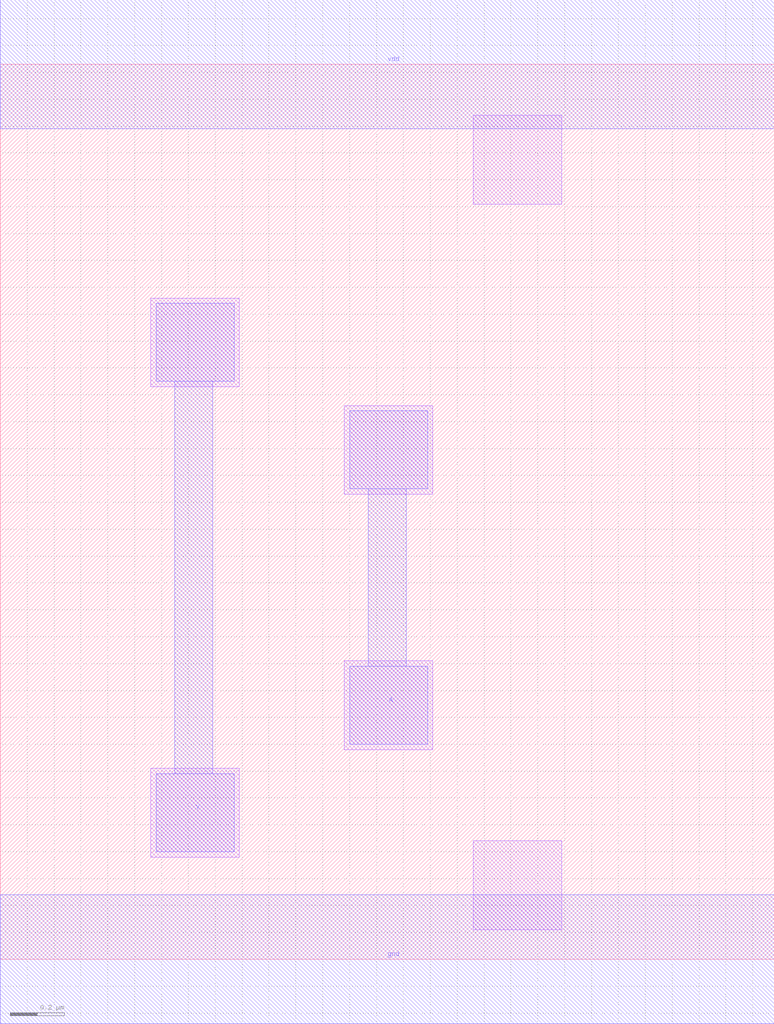
<source format=lef>
VERSION 5.7 ;
  NOWIREEXTENSIONATPIN ON ;
  DIVIDERCHAR "/" ;
  BUSBITCHARS "[]" ;
MACRO INVX1
  CLASS CORE ;
  FOREIGN INVX1 ;
  ORIGIN 0.000 0.000 ;
  SIZE 2.880 BY 3.330 ;
  SYMMETRY X Y R90 ;
  SITE unit ;
  PIN vdd
    DIRECTION INOUT ;
    USE POWER ;
    SHAPE ABUTMENT ;
    PORT
      LAYER met1 ;
        RECT 0.000 3.090 2.880 3.570 ;
    END
  END vdd
  PIN gnd
    DIRECTION INOUT ;
    USE GROUND ;
    SHAPE ABUTMENT ;
    PORT
      LAYER met1 ;
        RECT 0.000 -0.240 2.880 0.240 ;
    END
  END gnd
  PIN Y
    DIRECTION INOUT ;
    USE SIGNAL ;
    SHAPE ABUTMENT ;
    PORT
      LAYER met1 ;
        RECT 0.580 2.150 0.870 2.440 ;
        RECT 0.650 0.690 0.790 2.150 ;
        RECT 0.580 0.400 0.870 0.690 ;
    END
  END Y
  PIN A
    DIRECTION INOUT ;
    USE SIGNAL ;
    SHAPE ABUTMENT ;
    PORT
      LAYER met1 ;
        RECT 1.300 1.750 1.590 2.040 ;
        RECT 1.370 1.090 1.510 1.750 ;
        RECT 1.300 0.800 1.590 1.090 ;
    END
  END A
  OBS
      LAYER li1 ;
        RECT 1.760 2.810 2.090 3.140 ;
        RECT 0.560 2.130 0.890 2.460 ;
        RECT 1.280 1.730 1.610 2.060 ;
        RECT 1.280 0.780 1.610 1.110 ;
        RECT 0.560 0.380 0.890 0.710 ;
        RECT 1.760 0.110 2.090 0.440 ;
  END
END INVX1
END LIBRARY


</source>
